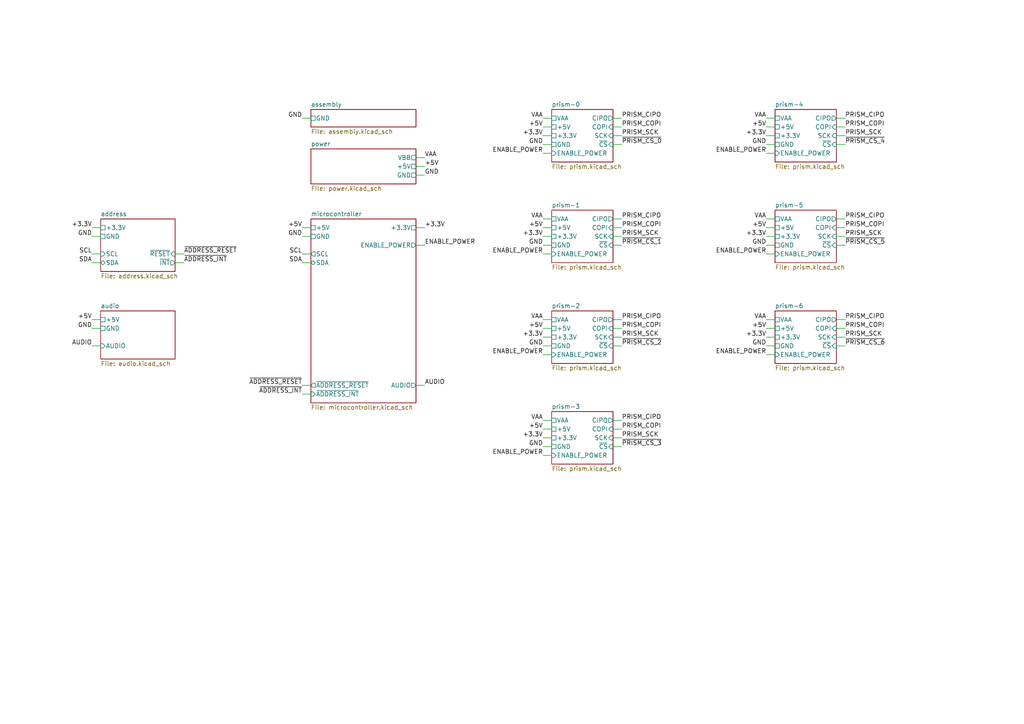
<source format=kicad_sch>
(kicad_sch (version 20230121) (generator eeschema)
  (paper "A4")
  (title_block (title "cluster-pcb") (date "2024-09-20") (rev "2.0") (company "Howard Hughes Medical Institute"))
  (lib_symbols)
  (wire (pts (xy 242.57 41.91) (xy 245.11 41.91)))
  (wire (pts (xy 177.8 34.29) (xy 180.34 34.29)))
  (wire (pts (xy 177.8 39.37) (xy 180.34 39.37)))
  (wire (pts (xy 222.25 39.37) (xy 224.79 39.37)))
  (wire (pts (xy 26.67 92.71) (xy 29.21 92.71)))
  (wire (pts (xy 123.19 48.26) (xy 120.65 48.26)))
  (wire (pts (xy 26.67 76.2) (xy 29.21 76.2)))
  (wire (pts (xy 157.48 41.91) (xy 160.02 41.91)))
  (wire (pts (xy 157.48 92.71) (xy 160.02 92.71)))
  (wire (pts (xy 177.8 68.58) (xy 180.34 68.58)))
  (wire (pts (xy 53.34 73.66) (xy 50.8 73.66)))
  (wire (pts (xy 222.25 100.33) (xy 224.79 100.33)))
  (wire (pts (xy 29.21 100.33) (xy 26.67 100.33)))
  (wire (pts (xy 222.25 95.25) (xy 224.79 95.25)))
  (wire (pts (xy 87.63 66.04) (xy 90.17 66.04)))
  (wire (pts (xy 177.8 97.79) (xy 180.34 97.79)))
  (wire (pts (xy 242.57 39.37) (xy 245.11 39.37)))
  (wire (pts (xy 242.57 97.79) (xy 245.11 97.79)))
  (wire (pts (xy 177.8 36.83) (xy 180.34 36.83)))
  (wire (pts (xy 222.25 34.29) (xy 224.79 34.29)))
  (wire (pts (xy 123.19 45.72) (xy 120.65 45.72)))
  (wire (pts (xy 157.48 121.92) (xy 160.02 121.92)))
  (wire (pts (xy 26.67 68.58) (xy 29.21 68.58)))
  (wire (pts (xy 87.63 114.3) (xy 90.17 114.3)))
  (wire (pts (xy 120.65 111.76) (xy 123.19 111.76)))
  (wire (pts (xy 87.63 111.76) (xy 90.17 111.76)))
  (wire (pts (xy 157.48 66.04) (xy 160.02 66.04)))
  (wire (pts (xy 157.48 95.25) (xy 160.02 95.25)))
  (wire (pts (xy 26.67 73.66) (xy 29.21 73.66)))
  (wire (pts (xy 222.25 63.5) (xy 224.79 63.5)))
  (wire (pts (xy 157.48 36.83) (xy 160.02 36.83)))
  (wire (pts (xy 87.63 68.58) (xy 90.17 68.58)))
  (wire (pts (xy 53.34 76.2) (xy 50.8 76.2)))
  (wire (pts (xy 157.48 71.12) (xy 160.02 71.12)))
  (wire (pts (xy 87.63 34.29) (xy 90.17 34.29)))
  (wire (pts (xy 87.63 76.2) (xy 90.17 76.2)))
  (wire (pts (xy 177.8 66.04) (xy 180.34 66.04)))
  (wire (pts (xy 242.57 34.29) (xy 245.11 34.29)))
  (wire (pts (xy 177.8 129.54) (xy 180.34 129.54)))
  (wire (pts (xy 242.57 68.58) (xy 245.11 68.58)))
  (wire (pts (xy 123.19 66.04) (xy 120.65 66.04)))
  (wire (pts (xy 157.48 124.46) (xy 160.02 124.46)))
  (wire (pts (xy 222.25 66.04) (xy 224.79 66.04)))
  (wire (pts (xy 157.48 68.58) (xy 160.02 68.58)))
  (wire (pts (xy 160.02 132.08) (xy 157.48 132.08)))
  (wire (pts (xy 177.8 71.12) (xy 180.34 71.12)))
  (wire (pts (xy 157.48 129.54) (xy 160.02 129.54)))
  (wire (pts (xy 157.48 34.29) (xy 160.02 34.29)))
  (wire (pts (xy 157.48 63.5) (xy 160.02 63.5)))
  (wire (pts (xy 222.25 71.12) (xy 224.79 71.12)))
  (wire (pts (xy 224.79 44.45) (xy 222.25 44.45)))
  (wire (pts (xy 160.02 73.66) (xy 157.48 73.66)))
  (wire (pts (xy 177.8 63.5) (xy 180.34 63.5)))
  (wire (pts (xy 177.8 41.91) (xy 180.34 41.91)))
  (wire (pts (xy 177.8 124.46) (xy 180.34 124.46)))
  (wire (pts (xy 26.67 95.25) (xy 29.21 95.25)))
  (wire (pts (xy 123.19 50.8) (xy 120.65 50.8)))
  (wire (pts (xy 242.57 100.33) (xy 245.11 100.33)))
  (wire (pts (xy 222.25 92.71) (xy 224.79 92.71)))
  (wire (pts (xy 157.48 127) (xy 160.02 127)))
  (wire (pts (xy 120.65 71.12) (xy 123.19 71.12)))
  (wire (pts (xy 242.57 66.04) (xy 245.11 66.04)))
  (wire (pts (xy 242.57 36.83) (xy 245.11 36.83)))
  (wire (pts (xy 222.25 68.58) (xy 224.79 68.58)))
  (wire (pts (xy 87.63 73.66) (xy 90.17 73.66)))
  (wire (pts (xy 157.48 39.37) (xy 160.02 39.37)))
  (wire (pts (xy 177.8 121.92) (xy 180.34 121.92)))
  (wire (pts (xy 177.8 100.33) (xy 180.34 100.33)))
  (wire (pts (xy 242.57 71.12) (xy 245.11 71.12)))
  (wire (pts (xy 242.57 95.25) (xy 245.11 95.25)))
  (wire (pts (xy 222.25 41.91) (xy 224.79 41.91)))
  (wire (pts (xy 26.67 66.04) (xy 29.21 66.04)))
  (wire (pts (xy 160.02 102.87) (xy 157.48 102.87)))
  (wire (pts (xy 242.57 63.5) (xy 245.11 63.5)))
  (wire (pts (xy 222.25 36.83) (xy 224.79 36.83)))
  (wire (pts (xy 157.48 100.33) (xy 160.02 100.33)))
  (wire (pts (xy 160.02 44.45) (xy 157.48 44.45)))
  (wire (pts (xy 177.8 92.71) (xy 180.34 92.71)))
  (wire (pts (xy 242.57 92.71) (xy 245.11 92.71)))
  (wire (pts (xy 222.25 97.79) (xy 224.79 97.79)))
  (wire (pts (xy 177.8 95.25) (xy 180.34 95.25)))
  (wire (pts (xy 177.8 127) (xy 180.34 127)))
  (wire (pts (xy 224.79 102.87) (xy 222.25 102.87)))
  (wire (pts (xy 224.79 73.66) (xy 222.25 73.66)))
  (wire (pts (xy 157.48 97.79) (xy 160.02 97.79)))
  (label "~{PRISM_CS_2}" (at 180.34 100.33 0))
  (label "PRISM_SCK" (at 245.11 39.37 0))
  (label "GND" (at 123.19 50.8 0))
  (label "VAA" (at 222.25 92.71 180))
  (label "~{PRISM_CS_3}" (at 180.34 129.54 0))
  (label "AUDIO" (at 123.19 111.76 0))
  (label "GND" (at 157.48 129.54 180))
  (label "+3.3V" (at 157.48 127 180))
  (label "PRISM_COPI" (at 245.11 36.83 0))
  (label "SCL" (at 26.67 73.66 180))
  (label "GND" (at 157.48 100.33 180))
  (label "ENABLE_POWER" (at 123.19 71.12 0))
  (label "+5V" (at 157.48 66.04 180))
  (label "PRISM_COPI" (at 245.11 95.25 0))
  (label "~{ADDRESS_INT}" (at 87.63 114.3 180))
  (label "ENABLE_POWER" (at 157.48 132.08 180))
  (label "+5V" (at 123.19 48.26 0))
  (label "~{PRISM_CS_5}" (at 245.11 71.12 0))
  (label "PRISM_SCK" (at 245.11 97.79 0))
  (label "PRISM_COPI" (at 180.34 95.25 0))
  (label "PRISM_SCK" (at 180.34 39.37 0))
  (label "PRISM_SCK" (at 180.34 127 0))
  (label "PRISM_CIPO" (at 245.11 34.29 0))
  (label "~{PRISM_CS_6}" (at 245.11 100.33 0))
  (label "VAA" (at 157.48 92.71 180))
  (label "PRISM_CIPO" (at 180.34 92.71 0))
  (label "GND" (at 157.48 41.91 180))
  (label "GND" (at 87.63 68.58 180))
  (label "GND" (at 222.25 71.12 180))
  (label "+3.3V" (at 157.48 68.58 180))
  (label "PRISM_CIPO" (at 245.11 63.5 0))
  (label "GND" (at 26.67 68.58 180))
  (label "+5V" (at 157.48 124.46 180))
  (label "PRISM_CIPO" (at 180.34 121.92 0))
  (label "PRISM_SCK" (at 180.34 68.58 0))
  (label "SCL" (at 87.63 73.66 180))
  (label "AUDIO" (at 26.67 100.33 180))
  (label "+5V" (at 222.25 36.83 180))
  (label "GND" (at 222.25 100.33 180))
  (label "VAA" (at 222.25 34.29 180))
  (label "+3.3V" (at 26.67 66.04 180))
  (label "SDA" (at 87.63 76.2 180))
  (label "SDA" (at 26.67 76.2 180))
  (label "PRISM_SCK" (at 180.34 97.79 0))
  (label "PRISM_COPI" (at 180.34 66.04 0))
  (label "PRISM_COPI" (at 180.34 124.46 0))
  (label "ENABLE_POWER" (at 222.25 73.66 180))
  (label "+5V" (at 87.63 66.04 180))
  (label "PRISM_COPI" (at 180.34 36.83 0))
  (label "+5V" (at 222.25 95.25 180))
  (label "GND" (at 87.63 34.29 180))
  (label "ENABLE_POWER" (at 157.48 44.45 180))
  (label "+3.3V" (at 123.19 66.04 0))
  (label "VAA" (at 157.48 34.29 180))
  (label "+3.3V" (at 222.25 39.37 180))
  (label "+5V" (at 26.67 92.71 180))
  (label "+3.3V" (at 222.25 68.58 180))
  (label "ENABLE_POWER" (at 222.25 44.45 180))
  (label "GND" (at 157.48 71.12 180))
  (label "ENABLE_POWER" (at 222.25 102.87 180))
  (label "~{ADDRESS_INT}" (at 53.34 76.2 0))
  (label "~{PRISM_CS_1}" (at 180.34 71.12 0))
  (label "PRISM_COPI" (at 245.11 66.04 0))
  (label "PRISM_SCK" (at 245.11 68.58 0))
  (label "PRISM_CIPO" (at 245.11 92.71 0))
  (label "ENABLE_POWER" (at 157.48 73.66 180))
  (label "VAA" (at 157.48 63.5 180))
  (label "+3.3V" (at 157.48 39.37 180))
  (label "~{ADDRESS_RESET}" (at 53.34 73.66 0))
  (label "GND" (at 26.67 95.25 180))
  (label "~{ADDRESS_RESET}" (at 87.63 111.76 180))
  (label "+3.3V" (at 157.48 97.79 180))
  (label "GND" (at 222.25 41.91 180))
  (label "~{PRISM_CS_0}" (at 180.34 41.91 0))
  (label "+5V" (at 157.48 95.25 180))
  (label "PRISM_CIPO" (at 180.34 34.29 0))
  (label "ENABLE_POWER" (at 157.48 102.87 180))
  (label "+5V" (at 157.48 36.83 180))
  (label "+3.3V" (at 222.25 97.79 180))
  (label "~{PRISM_CS_4}" (at 245.11 41.91 0))
  (label "+5V" (at 222.25 66.04 180))
  (label "VAA" (at 222.25 63.5 180))
  (label "VAA" (at 157.48 121.92 180))
  (label "VAA" (at 123.19 45.72 0))
  (label "PRISM_CIPO" (at 180.34 63.5 0))
  (sheet (at 90.17 31.75) (size 30.48 5.08) (stroke (width 0.1524))
    (property "Sheetname" "assembly" (at 90.17 31.0384 0) (effects (justify left bottom)))
    (property "Sheetfile" "assembly.kicad_sch" (at 90.17 37.4146 0) (effects (justify left top)))
    (pin "GND" passive (at 90.17 34.29 180))
  )
  (sheet (at 29.21 63.5) (size 21.59 15.24) (stroke (width 0.1524))
    (property "Sheetname" "address" (at 29.21 62.7884 0) (effects (justify left bottom)))
    (property "Sheetfile" "address.kicad_sch" (at 29.21 79.3246 0) (effects (justify left top)))
    (pin "SDA" bidirectional (at 29.21 76.2 180))
    (pin "SCL" input (at 29.21 73.66 180))
    (pin "GND" passive (at 29.21 68.58 180))
    (pin "+3.3V" passive (at 29.21 66.04 180))
    (pin "~{INT}" output (at 50.8 76.2 0))
    (pin "~{RESET}" input (at 50.8 73.66 0))
  )
  (sheet (at 160.02 31.75) (size 17.78 15.24) (stroke (width 0.1524))
    (property "Sheetname" "prism-0" (at 160.02 31.0384 0) (effects (justify left bottom)))
    (property "Sheetfile" "prism.kicad_sch" (at 160.02 47.5746 0) (effects (justify left top)))
    (pin "GND" passive (at 160.02 41.91 180))
    (pin "VAA" passive (at 160.02 34.29 180))
    (pin "+5V" passive (at 160.02 36.83 180))
    (pin "+3.3V" passive (at 160.02 39.37 180))
    (pin "ENABLE_POWER" input (at 160.02 44.45 180))
    (pin "CIPO" output (at 177.8 34.29 0))
    (pin "COPI" input (at 177.8 36.83 0))
    (pin "SCK" input (at 177.8 39.37 0))
    (pin "~{CS}" input (at 177.8 41.91 0))
  )
  (sheet (at 224.79 60.96) (size 17.78 15.24) (stroke (width 0.1524))
    (property "Sheetname" "prism-5" (at 224.79 60.2484 0) (effects (justify left bottom)))
    (property "Sheetfile" "prism.kicad_sch" (at 224.79 76.7846 0) (effects (justify left top)))
    (pin "GND" passive (at 224.79 71.12 180))
    (pin "VAA" passive (at 224.79 63.5 180))
    (pin "+5V" passive (at 224.79 66.04 180))
    (pin "+3.3V" passive (at 224.79 68.58 180))
    (pin "ENABLE_POWER" input (at 224.79 73.66 180))
    (pin "CIPO" output (at 242.57 63.5 0))
    (pin "COPI" input (at 242.57 66.04 0))
    (pin "SCK" input (at 242.57 68.58 0))
    (pin "~{CS}" input (at 242.57 71.12 0))
  )
  (sheet (at 224.79 90.17) (size 17.78 15.24) (stroke (width 0.1524))
    (property "Sheetname" "prism-6" (at 224.79 89.4584 0) (effects (justify left bottom)))
    (property "Sheetfile" "prism.kicad_sch" (at 224.79 105.9946 0) (effects (justify left top)))
    (pin "GND" passive (at 224.79 100.33 180))
    (pin "VAA" passive (at 224.79 92.71 180))
    (pin "+5V" passive (at 224.79 95.25 180))
    (pin "+3.3V" passive (at 224.79 97.79 180))
    (pin "ENABLE_POWER" input (at 224.79 102.87 180))
    (pin "CIPO" output (at 242.57 92.71 0))
    (pin "COPI" input (at 242.57 95.25 0))
    (pin "SCK" input (at 242.57 97.79 0))
    (pin "~{CS}" input (at 242.57 100.33 0))
  )
  (sheet (at 29.21 90.17) (size 21.59 13.97) (stroke (width 0.1524))
    (property "Sheetname" "audio" (at 29.21 89.4584 0) (effects (justify left bottom)))
    (property "Sheetfile" "audio.kicad_sch" (at 29.21 104.7246 0) (effects (justify left top)))
    (pin "+5V" passive (at 29.21 92.71 180))
    (pin "GND" passive (at 29.21 95.25 180))
    (pin "AUDIO" input (at 29.21 100.33 180))
  )
  (sheet (at 90.17 63.5) (size 30.48 53.34) (stroke (width 0.1524))
    (property "Sheetname" "microcontroller" (at 90.17 62.7884 0) (effects (justify left bottom)))
    (property "Sheetfile" "microcontroller.kicad_sch" (at 90.17 117.4246 0) (effects (justify left top)))
    (pin "GND" passive (at 90.17 68.58 180))
    (pin "+5V" passive (at 90.17 66.04 180))
    (pin "+3.3V" passive (at 120.65 66.04 0))
    (pin "ENABLE_POWER" output (at 120.65 71.12 0))
    (pin "SCL" output (at 90.17 73.66 180))
    (pin "SDA" bidirectional (at 90.17 76.2 180))
    (pin "AUDIO" output (at 120.65 111.76 0))
    (pin "~{ADDRESS_RESET}" output (at 90.17 111.76 180))
    (pin "~{ADDRESS_INT}" input (at 90.17 114.3 180))
  )
  (sheet (at 160.02 90.17) (size 17.78 15.24) (stroke (width 0.1524))
    (property "Sheetname" "prism-2" (at 160.02 89.4584 0) (effects (justify left bottom)))
    (property "Sheetfile" "prism.kicad_sch" (at 160.02 105.9946 0) (effects (justify left top)))
    (pin "GND" passive (at 160.02 100.33 180))
    (pin "VAA" passive (at 160.02 92.71 180))
    (pin "+5V" passive (at 160.02 95.25 180))
    (pin "+3.3V" passive (at 160.02 97.79 180))
    (pin "ENABLE_POWER" input (at 160.02 102.87 180))
    (pin "CIPO" output (at 177.8 92.71 0))
    (pin "COPI" input (at 177.8 95.25 0))
    (pin "SCK" input (at 177.8 97.79 0))
    (pin "~{CS}" input (at 177.8 100.33 0))
  )
  (sheet (at 160.02 60.96) (size 17.78 15.24) (stroke (width 0.1524))
    (property "Sheetname" "prism-1" (at 160.02 60.2484 0) (effects (justify left bottom)))
    (property "Sheetfile" "prism.kicad_sch" (at 160.02 76.7846 0) (effects (justify left top)))
    (pin "GND" passive (at 160.02 71.12 180))
    (pin "VAA" passive (at 160.02 63.5 180))
    (pin "+5V" passive (at 160.02 66.04 180))
    (pin "+3.3V" passive (at 160.02 68.58 180))
    (pin "ENABLE_POWER" input (at 160.02 73.66 180))
    (pin "CIPO" output (at 177.8 63.5 0))
    (pin "COPI" input (at 177.8 66.04 0))
    (pin "SCK" input (at 177.8 68.58 0))
    (pin "~{CS}" input (at 177.8 71.12 0))
  )
  (sheet (at 224.79 31.75) (size 17.78 15.24) (stroke (width 0.1524))
    (property "Sheetname" "prism-4" (at 224.79 31.0384 0) (effects (justify left bottom)))
    (property "Sheetfile" "prism.kicad_sch" (at 224.79 47.5746 0) (effects (justify left top)))
    (pin "GND" passive (at 224.79 41.91 180))
    (pin "VAA" passive (at 224.79 34.29 180))
    (pin "+5V" passive (at 224.79 36.83 180))
    (pin "+3.3V" passive (at 224.79 39.37 180))
    (pin "ENABLE_POWER" input (at 224.79 44.45 180))
    (pin "CIPO" output (at 242.57 34.29 0))
    (pin "COPI" input (at 242.57 36.83 0))
    (pin "SCK" input (at 242.57 39.37 0))
    (pin "~{CS}" input (at 242.57 41.91 0))
  )
  (sheet (at 90.17 43.18) (size 30.48 10.16) (stroke (width 0.1524))
    (property "Sheetname" "power" (at 90.17 42.4684 0) (effects (justify left bottom)))
    (property "Sheetfile" "power.kicad_sch" (at 90.17 53.9246 0) (effects (justify left top)))
    (pin "GND" passive (at 120.65 50.8 0))
    (pin "+5V" passive (at 120.65 48.26 0))
    (pin "VBB" passive (at 120.65 45.72 0))
  )
  (sheet (at 160.02 119.38) (size 17.78 15.24) (stroke (width 0.1524))
    (property "Sheetname" "prism-3" (at 160.02 118.6684 0) (effects (justify left bottom)))
    (property "Sheetfile" "prism.kicad_sch" (at 160.02 135.2046 0) (effects (justify left top)))
    (pin "GND" passive (at 160.02 129.54 180))
    (pin "VAA" passive (at 160.02 121.92 180))
    (pin "+5V" passive (at 160.02 124.46 180))
    (pin "+3.3V" passive (at 160.02 127 180))
    (pin "ENABLE_POWER" input (at 160.02 132.08 180))
    (pin "CIPO" output (at 177.8 121.92 0))
    (pin "COPI" input (at 177.8 124.46 0))
    (pin "SCK" input (at 177.8 127 0))
    (pin "~{CS}" input (at 177.8 129.54 0))
  )
)
</source>
